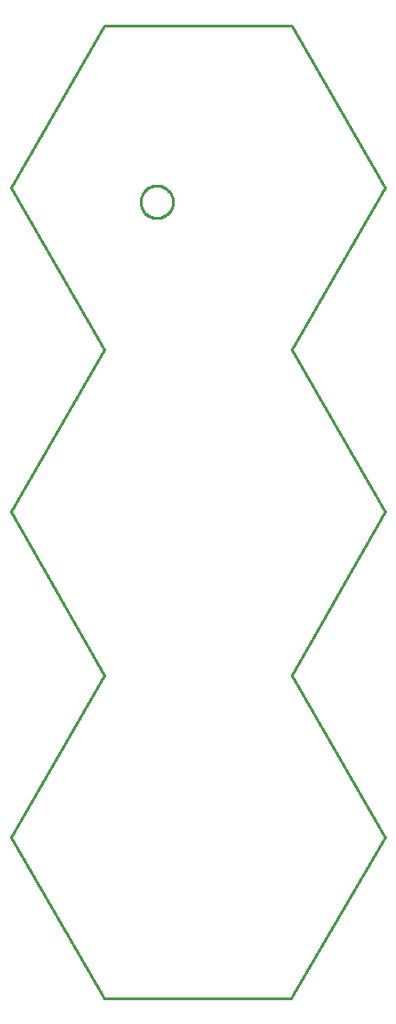
<source format=gbr>
G04 EAGLE Gerber RS-274X export*
G75*
%MOMM*%
%FSLAX34Y34*%
%LPD*%
%IN*%
%IPPOS*%
%AMOC8*
5,1,8,0,0,1.08239X$1,22.5*%
G01*
%ADD10C,0.254000*%


D10*
X-139863Y94806D02*
X-53009Y-54179D01*
X119684Y-54179D01*
X206538Y94806D01*
X119938Y244806D01*
X206538Y395770D01*
X119938Y545770D01*
X206538Y695770D01*
X119938Y845770D01*
X-53263Y845770D01*
X-139863Y695770D01*
X-53263Y545770D01*
X-139863Y395770D01*
X-53263Y244806D01*
X-139863Y94806D01*
X10238Y682089D02*
X10161Y681021D01*
X10009Y679960D01*
X9781Y678913D01*
X9479Y677885D01*
X9105Y676881D01*
X8659Y675906D01*
X8146Y674966D01*
X7567Y674065D01*
X6925Y673207D01*
X6223Y672397D01*
X5465Y671640D01*
X4656Y670938D01*
X3798Y670296D01*
X2896Y669717D01*
X1956Y669203D01*
X981Y668758D01*
X-23Y668384D01*
X-1051Y668082D01*
X-2098Y667854D01*
X-3158Y667701D01*
X-4227Y667625D01*
X-5298Y667625D01*
X-6367Y667701D01*
X-7428Y667854D01*
X-8474Y668082D01*
X-9503Y668384D01*
X-10506Y668758D01*
X-11481Y669203D01*
X-12421Y669717D01*
X-13323Y670296D01*
X-14181Y670938D01*
X-14990Y671640D01*
X-15748Y672397D01*
X-16450Y673207D01*
X-17092Y674065D01*
X-17671Y674966D01*
X-18184Y675906D01*
X-18630Y676881D01*
X-19004Y677885D01*
X-19306Y678913D01*
X-19534Y679960D01*
X-19686Y681021D01*
X-19763Y682089D01*
X-19763Y683161D01*
X-19686Y684229D01*
X-19534Y685290D01*
X-19306Y686337D01*
X-19004Y687365D01*
X-18630Y688369D01*
X-18184Y689344D01*
X-17671Y690284D01*
X-17092Y691185D01*
X-16450Y692043D01*
X-15748Y692853D01*
X-14990Y693610D01*
X-14181Y694312D01*
X-13323Y694954D01*
X-12421Y695533D01*
X-11481Y696047D01*
X-10506Y696492D01*
X-9503Y696866D01*
X-8474Y697168D01*
X-7428Y697396D01*
X-6367Y697549D01*
X-5298Y697625D01*
X-4227Y697625D01*
X-3158Y697549D01*
X-2098Y697396D01*
X-1051Y697168D01*
X-23Y696866D01*
X981Y696492D01*
X1956Y696047D01*
X2896Y695533D01*
X3798Y694954D01*
X4656Y694312D01*
X5465Y693610D01*
X6223Y692853D01*
X6925Y692043D01*
X7567Y691185D01*
X8146Y690284D01*
X8659Y689344D01*
X9105Y688369D01*
X9479Y687365D01*
X9781Y686337D01*
X10009Y685290D01*
X10161Y684229D01*
X10238Y683161D01*
X10238Y682089D01*
M02*

</source>
